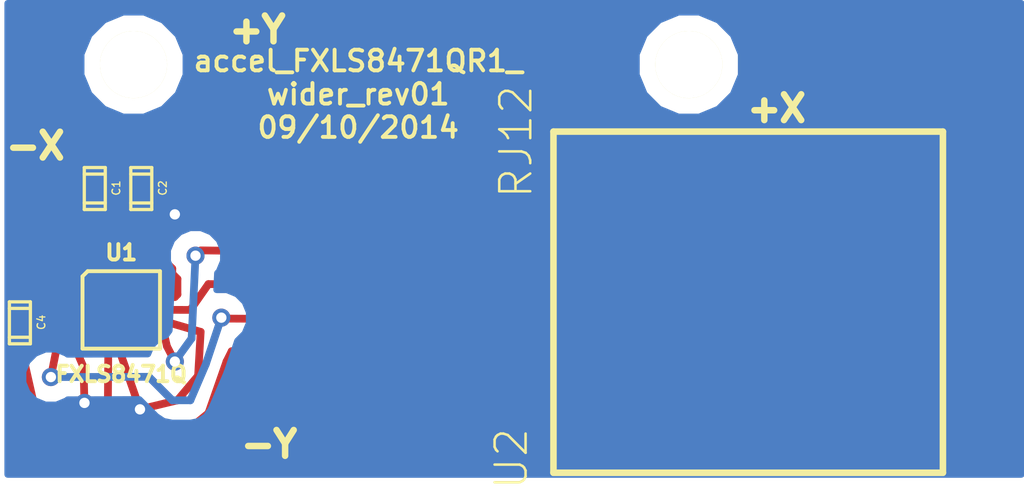
<source format=kicad_pcb>
(kicad_pcb (version 3) (host pcbnew "(2013-07-07 BZR 4022)-stable")

  (general
    (links 18)
    (no_connects 0)
    (area 135.377317 97 177.441913 116.192863)
    (thickness 1.6)
    (drawings 5)
    (tracks 96)
    (zones 0)
    (modules 7)
    (nets 8)
  )

  (page A)
  (layers
    (15 F.Cu signal)
    (0 B.Cu signal)
    (16 B.Adhes user)
    (17 F.Adhes user)
    (18 B.Paste user)
    (19 F.Paste user)
    (20 B.SilkS user)
    (21 F.SilkS user)
    (22 B.Mask user)
    (23 F.Mask user)
    (24 Dwgs.User user)
    (25 Cmts.User user)
    (26 Eco1.User user)
    (27 Eco2.User user)
    (28 Edge.Cuts user)
  )

  (setup
    (last_trace_width 0.5)
    (user_trace_width 0.1)
    (user_trace_width 0.15)
    (user_trace_width 0.2)
    (user_trace_width 0.25)
    (user_trace_width 0.3)
    (user_trace_width 0.35)
    (user_trace_width 0.4)
    (user_trace_width 0.5)
    (user_trace_width 0.6)
    (user_trace_width 0.7)
    (user_trace_width 0.8)
    (user_trace_width 1)
    (trace_clearance 0.05)
    (zone_clearance 0.6)
    (zone_45_only no)
    (trace_min 0.1)
    (segment_width 0.2)
    (edge_width 0.1)
    (via_size 0.7)
    (via_drill 0.4)
    (via_min_size 0.7)
    (via_min_drill 0.4)
    (uvia_size 0.4)
    (uvia_drill 0.127)
    (uvias_allowed no)
    (uvia_min_size 0.4)
    (uvia_min_drill 0.127)
    (pcb_text_width 0.3)
    (pcb_text_size 1.5 1.5)
    (mod_edge_width 0.15)
    (mod_text_size 1 1)
    (mod_text_width 0.15)
    (pad_size 2.4 2.4)
    (pad_drill 2.4)
    (pad_to_mask_clearance 0)
    (aux_axis_origin 0 0)
    (visible_elements 7FFFFFFF)
    (pcbplotparams
      (layerselection 16547841)
      (usegerberextensions true)
      (excludeedgelayer true)
      (linewidth 0.150000)
      (plotframeref false)
      (viasonmask false)
      (mode 1)
      (useauxorigin false)
      (hpglpennumber 1)
      (hpglpenspeed 20)
      (hpglpendiameter 15)
      (hpglpenoverlay 2)
      (psnegative false)
      (psa4output false)
      (plotreference true)
      (plotvalue true)
      (plotothertext true)
      (plotinvisibletext false)
      (padsonsilk false)
      (subtractmaskfromsilk false)
      (outputformat 1)
      (mirror false)
      (drillshape 0)
      (scaleselection 1)
      (outputdirectory ""))
  )

  (net 0 "")
  (net 1 GND)
  (net 2 INT1)
  (net 3 INT2)
  (net 4 N-0000011)
  (net 5 SCL)
  (net 6 SDA)
  (net 7 Vdd)

  (net_class Default "This is the default net class."
    (clearance 0.05)
    (trace_width 0.5)
    (via_dia 0.7)
    (via_drill 0.4)
    (uvia_dia 0.4)
    (uvia_drill 0.127)
    (add_net "")
    (add_net GND)
    (add_net INT1)
    (add_net INT2)
    (add_net N-0000011)
    (add_net SCL)
    (add_net SDA)
    (add_net Vdd)
  )

  (module TED_QFN16_3x5 (layer F.Cu) (tedit 53E55BEE) (tstamp 52A599E5)
    (at 30.575 35.55)
    (path /539B7524)
    (solder_paste_ratio -0.2)
    (clearance 0.1)
    (fp_text reference U1 (at 0 -2.22) (layer F.SilkS)
      (effects (font (size 0.6 0.6) (thickness 0.15)))
    )
    (fp_text value FXLS8471Q (at 0 2.49) (layer F.SilkS)
      (effects (font (size 0.6 0.6) (thickness 0.15)))
    )
    (fp_line (start -1.3 -1.5) (end 1.5 -1.5) (layer F.SilkS) (width 0.14986))
    (fp_line (start -1.5 -1.3) (end -1.5 1.5) (layer F.SilkS) (width 0.14986))
    (fp_line (start -1.3 -1.5) (end -1.5 -1.3) (layer F.SilkS) (width 0.14986))
    (fp_line (start 1.5 1.5) (end -1.5 1.5) (layer F.SilkS) (width 0.14986))
    (fp_line (start 1.5 -1.5) (end 1.5 1.5) (layer F.SilkS) (width 0.14986))
    (pad 2 smd rect (at -1.275 -0.5) (size 0.8 0.3)
      (layers F.Cu F.Paste F.Mask)
      (net 4 N-0000011)
    )
    (pad 1 smd rect (at -1.275 -1) (size 0.8 0.3)
      (layers F.Cu F.Paste F.Mask)
      (net 7 Vdd)
    )
    (pad 13 smd rect (at 1.275 -1) (size 0.8 0.3)
      (layers F.Cu F.Paste F.Mask)
      (net 1 GND)
    )
    (pad 3 smd rect (at -1.275 -0.005) (size 0.8 0.3)
      (layers F.Cu F.Paste F.Mask)
      (net 1 GND)
    )
    (pad 4 smd rect (at -1.275 0.5) (size 0.8 0.3)
      (layers F.Cu F.Paste F.Mask)
      (net 5 SCL)
    )
    (pad 5 smd rect (at -1.275 1) (size 0.8 0.3)
      (layers F.Cu F.Paste F.Mask)
      (net 1 GND)
    )
    (pad 6 smd rect (at -0.5 1.275) (size 0.3 0.8)
      (layers F.Cu F.Paste F.Mask)
      (net 6 SDA)
    )
    (pad 7 smd rect (at -0.035 1.275) (size 0.3 0.8)
      (layers F.Cu F.Paste F.Mask)
      (net 1 GND)
    )
    (pad 8 smd rect (at 0.5 1.275) (size 0.3 0.8)
      (layers F.Cu F.Paste F.Mask)
    )
    (pad 9 smd rect (at 1.275 1) (size 0.8 0.3)
      (layers F.Cu F.Paste F.Mask)
      (net 3 INT2)
    )
    (pad 10 smd rect (at 1.275 0.5) (size 0.8 0.3)
      (layers F.Cu F.Paste F.Mask)
      (net 1 GND)
    )
    (pad 11 smd rect (at 1.275 -0.005) (size 0.8 0.3)
      (layers F.Cu F.Paste F.Mask)
      (net 2 INT1)
    )
    (pad 12 smd rect (at 1.275 -0.5) (size 0.8 0.3)
      (layers F.Cu F.Paste F.Mask)
      (net 1 GND)
    )
    (pad 14 smd rect (at 0.5 -1.275) (size 0.3 0.8)
      (layers F.Cu F.Paste F.Mask)
      (net 7 Vdd)
    )
    (pad 15 smd rect (at -0.015 -1.275) (size 0.3 0.8)
      (layers F.Cu F.Paste F.Mask)
    )
    (pad 16 smd rect (at -0.5 -1.275) (size 0.3 0.8)
      (layers F.Cu F.Paste F.Mask)
    )
    (model smd/qfn24.wrl
      (at (xyz 0 0 0))
      (scale (xyz 1 1 1))
      (rotate (xyz 0 0 0))
    )
  )

  (module TED_Hole_2_6mm (layer F.Cu) (tedit 5410CE2A) (tstamp 539CBF88)
    (at 52.55 26.05)
    (path /539CBE67)
    (fp_text reference H2 (at 3.45 -0.35) (layer F.SilkS) hide
      (effects (font (size 1 1) (thickness 0.15)))
    )
    (fp_text value HOLE (at 0.25 2.6) (layer F.SilkS) hide
      (effects (font (size 1 1) (thickness 0.15)))
    )
    (pad "" np_thru_hole circle (at 0 0) (size 2.6 2.6) (drill 2.6)
      (layers *.Cu *.Mask F.SilkS)
    )
  )

  (module TED_Hole_2_6mm (layer F.Cu) (tedit 5410CE27) (tstamp 539CCC63)
    (at 31.05 26.05)
    (path /5365C78C)
    (fp_text reference H1 (at -3.1 -0.7) (layer F.SilkS) hide
      (effects (font (size 1 1) (thickness 0.15)))
    )
    (fp_text value HOLE (at 0.25 2.6) (layer F.SilkS) hide
      (effects (font (size 1 1) (thickness 0.15)))
    )
    (pad "" np_thru_hole circle (at 0 0) (size 2.6 2.6) (drill 2.6)
      (layers *.Cu *.Mask F.SilkS)
    )
  )

  (module TED_RJ12_855135002 (layer F.Cu) (tedit 53C80EE6) (tstamp 539CC027)
    (at 54.85 35.25 270)
    (path /539B7C14)
    (fp_text reference U2 (at 6.06 9.17 270) (layer F.SilkS)
      (effects (font (size 1.2 1.2) (thickness 0.09906)))
    )
    (fp_text value RJ12 (at -6.21 8.99 270) (layer F.SilkS)
      (effects (font (size 1.2 1.2) (thickness 0.09906)))
    )
    (fp_line (start -6.605 -7.54) (end 6.605 -7.54) (layer F.SilkS) (width 0.254))
    (fp_line (start 6.605 -7.54) (end 6.605 7.54) (layer F.SilkS) (width 0.254))
    (fp_line (start 6.605 7.54) (end -6.605 7.54) (layer F.SilkS) (width 0.254))
    (fp_line (start -6.605 7.54) (end -6.605 -7.54) (layer F.SilkS) (width 0.254))
    (pad 6 smd rect (at -3.175 7.9 270) (size 0.76 5)
      (layers F.Cu F.Paste F.Mask)
      (net 7 Vdd)
      (clearance 0.2)
    )
    (pad 4 smd rect (at -0.635 7.9 270) (size 0.76 5)
      (layers F.Cu F.Paste F.Mask)
      (net 2 INT1)
      (clearance 0.2)
    )
    (pad 2 smd rect (at 1.905 7.9 270) (size 0.76 5)
      (layers F.Cu F.Paste F.Mask)
      (net 6 SDA)
      (clearance 0.2)
    )
    (pad 3 smd rect (at 0.635 7.9 270) (size 0.76 5)
      (layers F.Cu F.Paste F.Mask)
      (net 5 SCL)
      (clearance 0.2)
    )
    (pad 1 smd rect (at 3.175 7.9 270) (size 0.76 5)
      (layers F.Cu F.Paste F.Mask)
      (net 1 GND)
      (clearance 0.2)
    )
    (pad 5 smd rect (at -1.905 7.9 270) (size 0.76 5)
      (layers F.Cu F.Paste F.Mask)
      (net 3 INT2)
      (clearance 0.2)
    )
    (pad PAD smd rect (at 0 -8.15 270) (size 8.8 4.5)
      (layers F.Cu F.Paste F.Mask)
    )
  )

  (module TED_SM0603 (layer F.Cu) (tedit 5410CE1F) (tstamp 539B7F83)
    (at 26.65 36.05 270)
    (descr "SMT capacitor, 0603")
    (path /52A5541B)
    (fp_text reference C4 (at -0.02 -0.83 270) (layer F.SilkS)
      (effects (font (size 0.3 0.3) (thickness 0.05)))
    )
    (fp_text value .1uF (at -2.05 -0.1 270) (layer F.SilkS) hide
      (effects (font (size 0.3 0.3) (thickness 0.05)))
    )
    (fp_line (start 0.5588 0.4064) (end 0.5588 -0.4064) (layer F.SilkS) (width 0.127))
    (fp_line (start -0.5588 -0.381) (end -0.5588 0.4064) (layer F.SilkS) (width 0.127))
    (fp_line (start -0.8128 -0.4064) (end 0.8128 -0.4064) (layer F.SilkS) (width 0.127))
    (fp_line (start 0.8128 -0.4064) (end 0.8128 0.4064) (layer F.SilkS) (width 0.127))
    (fp_line (start 0.8128 0.4064) (end -0.8128 0.4064) (layer F.SilkS) (width 0.127))
    (fp_line (start -0.8128 0.4064) (end -0.8128 -0.4064) (layer F.SilkS) (width 0.127))
    (pad 2 smd rect (at 0.75184 0 270) (size 0.89916 1.00076)
      (layers F.Cu F.Paste F.Mask)
      (net 1 GND)
      (clearance 0.1)
    )
    (pad 1 smd rect (at -0.75184 0 270) (size 0.89916 1.00076)
      (layers F.Cu F.Paste F.Mask)
      (net 4 N-0000011)
      (clearance 0.1)
    )
    (model smd/capacitors/c_0603.wrl
      (at (xyz 0 0 0))
      (scale (xyz 1 1 1))
      (rotate (xyz 0 0 0))
    )
  )

  (module TED_SM0603 (layer F.Cu) (tedit 53E16D63) (tstamp 52A599AD)
    (at 31.35 30.85 270)
    (descr "SMT capacitor, 0603")
    (path /5295936A)
    (fp_text reference C2 (at -0.02 -0.83 270) (layer F.SilkS)
      (effects (font (size 0.3 0.3) (thickness 0.05)))
    )
    (fp_text value .1uF (at 0 0.88 270) (layer F.SilkS) hide
      (effects (font (size 0.3 0.3) (thickness 0.05)))
    )
    (fp_line (start 0.5588 0.4064) (end 0.5588 -0.4064) (layer F.SilkS) (width 0.127))
    (fp_line (start -0.5588 -0.381) (end -0.5588 0.4064) (layer F.SilkS) (width 0.127))
    (fp_line (start -0.8128 -0.4064) (end 0.8128 -0.4064) (layer F.SilkS) (width 0.127))
    (fp_line (start 0.8128 -0.4064) (end 0.8128 0.4064) (layer F.SilkS) (width 0.127))
    (fp_line (start 0.8128 0.4064) (end -0.8128 0.4064) (layer F.SilkS) (width 0.127))
    (fp_line (start -0.8128 0.4064) (end -0.8128 -0.4064) (layer F.SilkS) (width 0.127))
    (pad 2 smd rect (at 0.75184 0 270) (size 0.89916 1.00076)
      (layers F.Cu F.Paste F.Mask)
      (net 1 GND)
      (clearance 0.1)
    )
    (pad 1 smd rect (at -0.75184 0 270) (size 0.89916 1.00076)
      (layers F.Cu F.Paste F.Mask)
      (net 7 Vdd)
      (clearance 0.1)
    )
    (model smd/capacitors/c_0603.wrl
      (at (xyz 0 0 0))
      (scale (xyz 1 1 1))
      (rotate (xyz 0 0 0))
    )
  )

  (module TED_SM0603 (layer F.Cu) (tedit 53E16D63) (tstamp 52A599A1)
    (at 29.55 30.85 270)
    (descr "SMT capacitor, 0603")
    (path /52959381)
    (fp_text reference C1 (at -0.02 -0.83 270) (layer F.SilkS)
      (effects (font (size 0.3 0.3) (thickness 0.05)))
    )
    (fp_text value 1uF (at 0 0.88 270) (layer F.SilkS) hide
      (effects (font (size 0.3 0.3) (thickness 0.05)))
    )
    (fp_line (start 0.5588 0.4064) (end 0.5588 -0.4064) (layer F.SilkS) (width 0.127))
    (fp_line (start -0.5588 -0.381) (end -0.5588 0.4064) (layer F.SilkS) (width 0.127))
    (fp_line (start -0.8128 -0.4064) (end 0.8128 -0.4064) (layer F.SilkS) (width 0.127))
    (fp_line (start 0.8128 -0.4064) (end 0.8128 0.4064) (layer F.SilkS) (width 0.127))
    (fp_line (start 0.8128 0.4064) (end -0.8128 0.4064) (layer F.SilkS) (width 0.127))
    (fp_line (start -0.8128 0.4064) (end -0.8128 -0.4064) (layer F.SilkS) (width 0.127))
    (pad 2 smd rect (at 0.75184 0 270) (size 0.89916 1.00076)
      (layers F.Cu F.Paste F.Mask)
      (net 1 GND)
      (clearance 0.1)
    )
    (pad 1 smd rect (at -0.75184 0 270) (size 0.89916 1.00076)
      (layers F.Cu F.Paste F.Mask)
      (net 7 Vdd)
      (clearance 0.1)
    )
    (model smd/capacitors/c_0603.wrl
      (at (xyz 0 0 0))
      (scale (xyz 1 1 1))
      (rotate (xyz 0 0 0))
    )
  )

  (gr_text -X (at 27.25 29.2) (layer F.SilkS)
    (effects (font (size 1 1) (thickness 0.25)))
  )
  (gr_text -Y (at 36.3 40.75) (layer F.SilkS)
    (effects (font (size 1 1) (thickness 0.25)))
  )
  (gr_text +X (at 55.95 27.75) (layer F.SilkS)
    (effects (font (size 1 1) (thickness 0.25)))
  )
  (gr_text +Y (at 35.85 24.7) (layer F.SilkS)
    (effects (font (size 1 1) (thickness 0.25)))
  )
  (gr_text "accel_FXLS8471QR1_\nwider_rev01\n09/10/2014" (at 39.75 27.2) (layer F.SilkS)
    (effects (font (size 0.8 0.8) (thickness 0.15)))
  )

  (segment (start 28.85 37.15) (end 28.85 36.65) (width 0.3) (layer F.Cu) (net 1))
  (segment (start 28.85 37.15) (end 29.113793 37.765517) (width 0.3) (layer F.Cu) (net 1) (tstamp 539B7FF3))
  (segment (start 29.15 39.15) (end 29.113793 37.765517) (width 0.3) (layer F.Cu) (net 1) (tstamp 539B7FF5))
  (segment (start 28.95 36.55) (end 29.3 36.55) (width 0.3) (layer F.Cu) (net 1) (tstamp 539B89E5))
  (segment (start 28.85 36.65) (end 28.95 36.55) (width 0.3) (layer F.Cu) (net 1) (tstamp 539B89E2))
  (segment (start 31.35 31.60184) (end 32.40184 31.60184) (width 0.3) (layer F.Cu) (net 1))
  (via (at 32.65 31.85) (size 0.7) (layers F.Cu B.Cu) (net 1))
  (segment (start 32.40184 31.60184) (end 32.65 31.85) (width 0.3) (layer F.Cu) (net 1) (tstamp 539B87A8))
  (segment (start 31.85 36.05) (end 32.45 36.05) (width 0.3) (layer F.Cu) (net 1))
  (segment (start 32.75 39.05) (end 31.3 39.4) (width 0.3) (layer F.Cu) (net 1) (tstamp 539B8041))
  (segment (start 33.55 38.1) (end 32.75 39.05) (width 0.3) (layer F.Cu) (net 1) (tstamp 539B8040))
  (segment (start 33.65 36.4) (end 33.55 38.1) (width 0.3) (layer F.Cu) (net 1) (tstamp 539B803F))
  (segment (start 32.45 36.05) (end 33.65 36.4) (width 0.3) (layer F.Cu) (net 1) (tstamp 539B803E))
  (segment (start 30.54 36.825) (end 30.55 37.25) (width 0.3) (layer F.Cu) (net 1))
  (segment (start 28.945117 39.354883) (end 27.228449 39.354883) (width 0.3) (layer F.Cu) (net 1) (tstamp 539B7FE6))
  (segment (start 29.15 39.15) (end 28.945117 39.354883) (width 0.3) (layer F.Cu) (net 1) (tstamp 539B7FE5))
  (via (at 29.15 39.15) (size 0.7) (layers F.Cu B.Cu) (net 1))
  (via (at 31.3 39.4) (size 0.7) (layers F.Cu B.Cu) (net 1))
  (segment (start 31.3 39.4) (end 31.2 39.5) (width 0.3) (layer B.Cu) (net 1) (tstamp 539B7FD9))
  (segment (start 30.55 37.25) (end 31.3 39.4) (width 0.3) (layer F.Cu) (net 1) (tstamp 539B7FD4))
  (segment (start 29.3 35.545) (end 27.955 35.545) (width 0.3) (layer F.Cu) (net 1))
  (segment (start 27.39816 36.80184) (end 26.65 36.80184) (width 0.3) (layer F.Cu) (net 1) (tstamp 539B7F96))
  (segment (start 27.55 36.65) (end 27.39816 36.80184) (width 0.3) (layer F.Cu) (net 1) (tstamp 539B7F95))
  (segment (start 27.55 35.95) (end 27.55 36.65) (width 0.3) (layer F.Cu) (net 1) (tstamp 539B7F94))
  (segment (start 27.955 35.545) (end 27.55 35.95) (width 0.3) (layer F.Cu) (net 1) (tstamp 539B7F93))
  (segment (start 46.6 38.4) (end 35.775 38.425) (width 0.3) (layer F.Cu) (net 1) (status 30))
  (segment (start 27.25 39.45) (end 27.228449 39.354883) (width 0.3) (layer F.Cu) (net 1) (tstamp 539B7F57) (status 20))
  (segment (start 27.228449 39.354883) (end 26.65 36.80184) (width 0.3) (layer F.Cu) (net 1) (tstamp 539B7FE8) (status 20))
  (segment (start 28.25 41.15) (end 27.25 39.45) (width 0.3) (layer F.Cu) (net 1) (tstamp 539B7F54))
  (segment (start 33.75 41.15) (end 28.25 41.15) (width 0.3) (layer F.Cu) (net 1) (tstamp 539B7F52))
  (segment (start 35.05 39.15) (end 34.85 40.25) (width 0.3) (layer F.Cu) (net 1) (tstamp 539B7F51))
  (segment (start 34.85 40.25) (end 33.75 41.15) (width 0.3) (layer F.Cu) (net 1) (tstamp 539CD832))
  (segment (start 35.25 38.45) (end 35.05 39.15) (width 0.3) (layer F.Cu) (net 1) (tstamp 539B7F4D))
  (segment (start 35.775 38.425) (end 35.25 38.45) (width 0.3) (layer F.Cu) (net 1) (tstamp 539B7F4C) (status 10))
  (segment (start 31.85 35.05) (end 32.65 35.05) (width 0.3) (layer F.Cu) (net 1))
  (segment (start 32.75 34.35) (end 32.55 34.15) (width 0.3) (layer F.Cu) (net 1) (tstamp 539B7F14))
  (segment (start 32.75 34.95) (end 32.75 34.35) (width 0.3) (layer F.Cu) (net 1) (tstamp 539B7F13))
  (segment (start 32.65 35.05) (end 32.75 34.95) (width 0.3) (layer F.Cu) (net 1) (tstamp 539B7F12))
  (segment (start 31.85 34.55) (end 32.45 34.55) (width 0.3) (layer F.Cu) (net 1))
  (segment (start 31.75 32.55) (end 31.35 31.60184) (width 0.3) (layer F.Cu) (net 1) (tstamp 539B7F0F) (status 20))
  (segment (start 32.25 33.65) (end 31.75 32.55) (width 0.3) (layer F.Cu) (net 1) (tstamp 539B7F0D))
  (segment (start 32.55 33.95) (end 32.25 33.65) (width 0.3) (layer F.Cu) (net 1) (tstamp 539B7F0B))
  (segment (start 32.55 34.45) (end 32.55 34.15) (width 0.3) (layer F.Cu) (net 1) (tstamp 539B7F0A))
  (segment (start 32.55 34.15) (end 32.55 33.95) (width 0.3) (layer F.Cu) (net 1) (tstamp 539B7F17))
  (segment (start 32.45 34.55) (end 32.55 34.45) (width 0.3) (layer F.Cu) (net 1) (tstamp 539B7F09))
  (segment (start 29.55 31.60184) (end 31.35 31.60184) (width 0.3) (layer F.Cu) (net 1) (status 20))
  (segment (start 31.85 35.545) (end 33.25 35.55) (width 0.3) (layer F.Cu) (net 2))
  (segment (start 33.95 34.55) (end 45.9 34.65) (width 0.3) (layer F.Cu) (net 2) (tstamp 539B7EC6) (status 20))
  (segment (start 33.25 35.55) (end 33.95 34.55) (width 0.3) (layer F.Cu) (net 2) (tstamp 539B7EC4))
  (segment (start 31.85 36.55) (end 32.25 36.55) (width 0.3) (layer F.Cu) (net 3))
  (segment (start 33.655 33.245) (end 45.6 33.4) (width 0.3) (layer F.Cu) (net 3) (tstamp 539B7F00) (status 20))
  (segment (start 33.45 33.55) (end 33.655 33.345) (width 0.3) (layer F.Cu) (net 3) (tstamp 539B7EFF))
  (via (at 33.45 33.45) (size 0.7) (layers F.Cu B.Cu) (net 3))
  (segment (start 33.3 36.65) (end 33.45 33.45) (width 0.3) (layer B.Cu) (net 3) (tstamp 539B7EFB))
  (segment (start 32.65 37.55) (end 33.3 36.65) (width 0.3) (layer B.Cu) (net 3) (tstamp 539B7EFA))
  (via (at 32.65 37.55) (size 0.7) (layers F.Cu B.Cu) (net 3))
  (segment (start 32.343337 36.956736) (end 32.65 37.55) (width 0.3) (layer F.Cu) (net 3) (tstamp 539B7EF5))
  (segment (start 32.25 36.55) (end 32.343337 36.956736) (width 0.3) (layer F.Cu) (net 3) (tstamp 539B7EF4))
  (segment (start 29.3 35.05) (end 26.89816 35.05) (width 0.3) (layer F.Cu) (net 4) (status 20))
  (segment (start 26.89816 35.05) (end 26.65 35.29816) (width 0.3) (layer F.Cu) (net 4) (tstamp 539B7EE1) (status 30))
  (segment (start 29.3 36.05) (end 28.55 36.05) (width 0.3) (layer F.Cu) (net 5))
  (segment (start 34.485 35.885) (end 45.85 35.95) (width 0.3) (layer F.Cu) (net 5) (tstamp 539B7FA2) (status 20))
  (segment (start 34.45 35.85) (end 34.485 35.885) (width 0.3) (layer F.Cu) (net 5) (tstamp 539B7FA1))
  (via (at 34.45 35.85) (size 0.7) (layers F.Cu B.Cu) (net 5))
  (segment (start 33.85 37.65) (end 34.45 35.85) (width 0.3) (layer B.Cu) (net 5) (tstamp 539B7F9F))
  (segment (start 33.25 39.05) (end 33.85 37.65) (width 0.3) (layer B.Cu) (net 5) (tstamp 539B7F9E))
  (segment (start 32.55 39.05) (end 33.25 39.05) (width 0.3) (layer B.Cu) (net 5) (tstamp 539B7F9C))
  (segment (start 27.85 38.15) (end 31.641578 38.139836) (width 0.3) (layer B.Cu) (net 5) (tstamp 539B7F9B))
  (segment (start 31.641578 38.139836) (end 32.55 39.05) (width 0.3) (layer B.Cu) (net 5) (tstamp 539B7FC7))
  (via (at 27.85 38.15) (size 0.7) (layers F.Cu B.Cu) (net 5))
  (segment (start 28.25 36.15) (end 27.85 38.15) (width 0.3) (layer F.Cu) (net 5) (tstamp 539B7F99))
  (segment (start 28.55 36.05) (end 28.25 36.15) (width 0.3) (layer F.Cu) (net 5) (tstamp 539B7F98))
  (segment (start 30.075 36.825) (end 30.05 40.05) (width 0.3) (layer F.Cu) (net 6))
  (segment (start 30.05 40.05) (end 30.05 40.05) (width 0.3) (layer F.Cu) (net 6) (tstamp 539CECAF))
  (segment (start 35.15 37.15) (end 46.3 37.2) (width 0.3) (layer F.Cu) (net 6) (tstamp 539B7F30) (status 20))
  (segment (start 34.85 37.15) (end 35.15 37.15) (width 0.3) (layer F.Cu) (net 6) (tstamp 539B7F2F))
  (segment (start 34.65 37.55) (end 34.85 37.15) (width 0.3) (layer F.Cu) (net 6) (tstamp 539B7F2E))
  (segment (start 32.85 40.45) (end 33.95 39.55) (width 0.3) (layer F.Cu) (net 6) (tstamp 539B7F2D))
  (segment (start 33.95 39.55) (end 34.65 37.55) (width 0.3) (layer F.Cu) (net 6) (tstamp 539CD838))
  (segment (start 30.35 40.45) (end 32.85 40.45) (width 0.3) (layer F.Cu) (net 6) (tstamp 539B7F2B))
  (segment (start 30.05 40.05) (end 30.35 40.45) (width 0.3) (layer F.Cu) (net 6) (tstamp 539B7F27))
  (segment (start 27.95 33.25) (end 30.85 33.25) (width 0.3) (layer F.Cu) (net 7))
  (segment (start 31.075 33.475) (end 31.075 34.275) (width 0.3) (layer F.Cu) (net 7) (tstamp 539B7EBC))
  (segment (start 30.85 33.25) (end 31.075 33.475) (width 0.3) (layer F.Cu) (net 7) (tstamp 539B7EBB))
  (segment (start 31.35 30.09816) (end 29.55 30.09816) (width 0.3) (layer F.Cu) (net 7) (status 10))
  (segment (start 29.55 30.09816) (end 29.00184 30.09816) (width 0.3) (layer F.Cu) (net 7))
  (segment (start 29.00184 30.09816) (end 27.95 31.15) (width 0.3) (layer F.Cu) (net 7) (tstamp 539B7E61))
  (segment (start 27.95 31.15) (end 27.95 33.25) (width 0.3) (layer F.Cu) (net 7) (tstamp 539B7E64))
  (segment (start 27.95 33.25) (end 27.95 34.05) (width 0.3) (layer F.Cu) (net 7) (tstamp 539B7EB9))
  (segment (start 27.95 34.05) (end 28.45 34.55) (width 0.3) (layer F.Cu) (net 7) (tstamp 539B7E65))
  (segment (start 28.45 34.55) (end 29.3 34.55) (width 0.3) (layer F.Cu) (net 7) (tstamp 539B7E66))
  (segment (start 45.6 32.15) (end 34.375 31.875) (width 0.3) (layer F.Cu) (net 7) (status 10))
  (segment (start 32.69816 30.09816) (end 31.35 30.09816) (width 0.3) (layer F.Cu) (net 7) (tstamp 539B7E5A) (status 20))
  (segment (start 33.15 30.55) (end 32.69816 30.09816) (width 0.3) (layer F.Cu) (net 7) (tstamp 539B7E59))
  (segment (start 33.15 30.65) (end 33.15 30.55) (width 0.3) (layer F.Cu) (net 7) (tstamp 539B7E58))
  (segment (start 34.375 31.875) (end 33.15 30.65) (width 0.3) (layer F.Cu) (net 7) (tstamp 539B7E56))

  (zone (net 1) (net_name GND) (layer B.Cu) (tstamp 539B87D1) (hatch edge 0.508)
    (connect_pads (clearance 0.6))
    (min_thickness 0.254)
    (fill (arc_segments 16) (thermal_gap 0.508) (thermal_bridge_width 0.508))
    (polygon
      (pts
        (xy 26.05 23.55) (xy 65.55 23.55) (xy 65.55 42.05) (xy 26.05 42.05)
      )
    )
    (filled_polygon
      (pts
        (xy 65.423 41.923) (xy 54.577351 41.923) (xy 54.577351 25.648574) (xy 54.269409 24.903297) (xy 53.699702 24.332595)
        (xy 52.954964 24.023353) (xy 52.148574 24.022649) (xy 51.403297 24.330591) (xy 50.832595 24.900298) (xy 50.523353 25.645036)
        (xy 50.522649 26.451426) (xy 50.830591 27.196703) (xy 51.400298 27.767405) (xy 52.145036 28.076647) (xy 52.951426 28.077351)
        (xy 53.696703 27.769409) (xy 54.267405 27.199702) (xy 54.576647 26.454964) (xy 54.577351 25.648574) (xy 54.577351 41.923)
        (xy 35.527187 41.923) (xy 35.527187 35.636711) (xy 35.363569 35.240725) (xy 35.060868 34.937496) (xy 34.665168 34.773187)
        (xy 34.266499 34.772839) (xy 34.296991 34.126266) (xy 34.362504 34.060868) (xy 34.526813 33.665168) (xy 34.527187 33.236711)
        (xy 34.363569 32.840725) (xy 34.060868 32.537496) (xy 33.665168 32.373187) (xy 33.236711 32.372813) (xy 33.077351 32.438659)
        (xy 33.077351 25.648574) (xy 32.769409 24.903297) (xy 32.199702 24.332595) (xy 31.454964 24.023353) (xy 30.648574 24.022649)
        (xy 29.903297 24.330591) (xy 29.332595 24.900298) (xy 29.023353 25.645036) (xy 29.022649 26.451426) (xy 29.330591 27.196703)
        (xy 29.900298 27.767405) (xy 30.645036 28.076647) (xy 31.451426 28.077351) (xy 32.196703 27.769409) (xy 32.767405 27.199702)
        (xy 33.076647 26.454964) (xy 33.077351 25.648574) (xy 33.077351 32.438659) (xy 32.840725 32.536431) (xy 32.537496 32.839132)
        (xy 32.373187 33.234832) (xy 32.372813 33.663289) (xy 32.536431 34.059275) (xy 32.54385 34.066707) (xy 32.436313 36.347029)
        (xy 32.306916 36.526443) (xy 32.040725 36.636431) (xy 31.737496 36.939132) (xy 31.604305 37.259889) (xy 28.49406 37.270746)
        (xy 28.460868 37.237496) (xy 28.065168 37.073187) (xy 27.636711 37.072813) (xy 27.240725 37.236431) (xy 26.937496 37.539132)
        (xy 26.773187 37.934832) (xy 26.772813 38.363289) (xy 26.936431 38.759275) (xy 27.239132 39.062504) (xy 27.634832 39.226813)
        (xy 28.063289 39.227187) (xy 28.459275 39.063569) (xy 28.498168 39.024743) (xy 31.275634 39.015048) (xy 31.928069 39.669764)
        (xy 32.212256 39.86037) (xy 32.547752 39.927714) (xy 32.551374 39.927) (xy 33.25 39.927) (xy 33.412622 39.894652)
        (xy 33.57569 39.864283) (xy 33.580266 39.861305) (xy 33.585613 39.860242) (xy 33.723489 39.768116) (xy 33.86251 39.677662)
        (xy 33.865594 39.673165) (xy 33.870133 39.670133) (xy 33.962273 39.532233) (xy 34.056082 39.395487) (xy 34.656116 37.995502)
        (xy 34.663837 37.959019) (xy 34.682164 37.926824) (xy 35.074026 36.748843) (xy 35.362504 36.460868) (xy 35.526813 36.065168)
        (xy 35.527187 35.636711) (xy 35.527187 41.923) (xy 26.177 41.923) (xy 26.177 23.677) (xy 65.423 23.677)
        (xy 65.423 41.923)
      )
    )
  )
)

</source>
